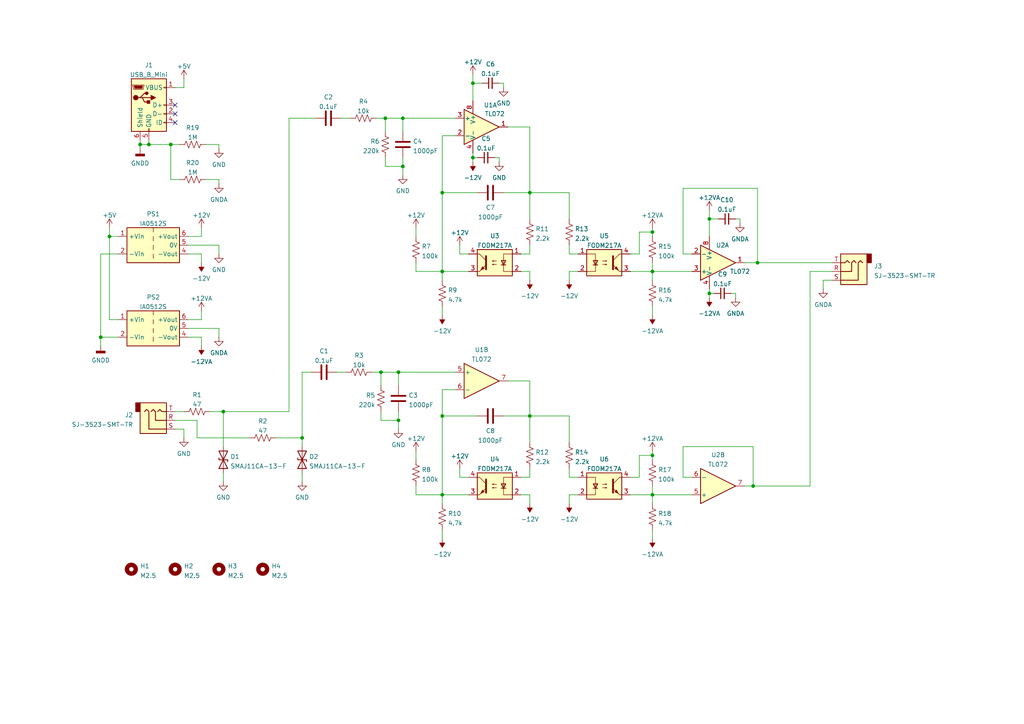
<source format=kicad_sch>
(kicad_sch (version 20211123) (generator eeschema)
  (paper "A4")
  (lib_symbols
    (symbol "Amplifier_Operational:TL072" (pin_names (offset 0.127))
      (property "Reference" "U" (at 0 5.08 0))
      (property "Value" "TL072" (at 0 -5.08 0))
      (symbol "TL072_1_1"
        (polyline (pts (xy -5.08 5.08) (xy 5.08 0) (xy -5.08 -5.08) (xy -5.08 5.08)) (stroke (width 0.254)) (fill (type background)))
        (pin output line (at 7.62 0 180) (length 2.54) (name "~") (number "1"))
        (pin input line (at -7.62 -2.54 0) (length 2.54) (name "-") (number "2"))
        (pin input line (at -7.62 2.54 0) (length 2.54) (name "+") (number "3"))
      )
      (symbol "TL072_2_1"
        (polyline (pts (xy -5.08 5.08) (xy 5.08 0) (xy -5.08 -5.08) (xy -5.08 5.08)) (stroke (width 0.254)) (fill (type background)))
        (pin input line (at -7.62 2.54 0) (length 2.54) (name "+") (number "5"))
        (pin input line (at -7.62 -2.54 0) (length 2.54) (name "-") (number "6"))
        (pin output line (at 7.62 0 180) (length 2.54) (name "~") (number "7"))
      )
      (symbol "TL072_3_1"
        (pin power_in line (at -2.54 -7.62 90) (length 3.81) (name "V-") (number "4"))
        (pin power_in line (at -2.54 7.62 270) (length 3.81) (name "V+") (number "8"))
      )
    )
    (symbol "Connector:AudioJack3"
      (property "Reference" "J" (at 0 8.89 0))
      (property "Value" "AudioJack3" (at 0 6.35 0))
      (symbol "AudioJack3_0_1"
        (rectangle (start -5.08 -5.08) (end -6.35 -2.54) (stroke (width 0.254)) (fill (type outline)))
        (polyline (pts (xy 0 -2.54) (xy 0.635 -3.175) (xy 1.27 -2.54) (xy 2.54 -2.54)) (stroke (width 0.254)))
        (polyline (pts (xy -1.905 -2.54) (xy -1.27 -3.175) (xy -0.635 -2.54) (xy -0.635 0) (xy 2.54 0)) (stroke (width 0.254)))
        (polyline (pts (xy 2.54 2.54) (xy -2.54 2.54) (xy -2.54 -2.54) (xy -3.175 -3.175) (xy -3.81 -2.54)) (stroke (width 0.254)))
        (rectangle (start 2.54 3.81) (end -5.08 -5.08) (stroke (width 0.254)) (fill (type background)))
      )
      (symbol "AudioJack3_1_1"
        (pin passive line (at 5.08 0 180) (length 2.54) (name "~") (number "R"))
        (pin passive line (at 5.08 2.54 180) (length 2.54) (name "~") (number "S"))
        (pin passive line (at 5.08 -2.54 180) (length 2.54) (name "~") (number "T"))
      )
    )
    (symbol "Connector:USB_B_Mini" (pin_names (offset 1.016))
      (property "Reference" "J" (at -5.08 11.43 0))
      (property "Value" "USB_B_Mini" (at -5.08 8.89 0))
      (symbol "USB_B_Mini_0_1"
        (rectangle (start -5.08 -7.62) (end 5.08 7.62) (stroke (width 0.254)) (fill (type background)))
        (circle (center -3.81 2.159) (radius 0.635) (stroke (width 0.254)) (fill (type outline)))
        (circle (center -0.635 3.429) (radius 0.381) (stroke (width 0.254)) (fill (type outline)))
        (rectangle (start -0.127 -7.62) (end 0.127 -6.858))
        (polyline (pts (xy -1.905 2.159) (xy 0.635 2.159)) (stroke (width 0.254)))
        (polyline (pts (xy -3.175 2.159) (xy -2.54 2.159) (xy -1.27 3.429) (xy -0.635 3.429)) (stroke (width 0.254)))
        (polyline (pts (xy -2.54 2.159) (xy -1.905 2.159) (xy -1.27 0.889) (xy 0 0.889)) (stroke (width 0.254)))
        (polyline (pts (xy 0.635 2.794) (xy 0.635 1.524) (xy 1.905 2.159) (xy 0.635 2.794)) (stroke (width 0.254)) (fill (type outline)))
        (polyline (pts (xy -4.318 5.588) (xy -1.778 5.588) (xy -2.032 4.826) (xy -4.064 4.826) (xy -4.318 5.588)) (fill (type outline)))
        (polyline (pts (xy -4.699 5.842) (xy -4.699 5.588) (xy -4.445 4.826) (xy -4.445 4.572) (xy -1.651 4.572) (xy -1.651 4.826) (xy -1.397 5.588) (xy -1.397 5.842) (xy -4.699 5.842)))
        (rectangle (start 0.254 1.27) (end -0.508 0.508) (stroke (width 0.254)) (fill (type outline)))
        (rectangle (start 5.08 -5.207) (end 4.318 -4.953))
        (rectangle (start 5.08 -2.667) (end 4.318 -2.413))
        (rectangle (start 5.08 -0.127) (end 4.318 0.127))
        (rectangle (start 5.08 4.953) (end 4.318 5.207))
      )
      (symbol "USB_B_Mini_1_1"
        (pin power_out line (at 7.62 5.08 180) (length 2.54) (name "VBUS") (number "1"))
        (pin bidirectional line (at 7.62 -2.54 180) (length 2.54) (name "D-") (number "2"))
        (pin bidirectional line (at 7.62 0 180) (length 2.54) (name "D+") (number "3"))
        (pin passive line (at 7.62 -5.08 180) (length 2.54) (name "ID") (number "4"))
        (pin power_out line (at 0 -10.16 90) (length 2.54) (name "GND") (number "5"))
        (pin passive line (at -2.54 -10.16 90) (length 2.54) (name "Shield") (number "6"))
      )
    )
    (symbol "Converter_DCDC:IA0512S"
      (property "Reference" "PS" (at -7.62 6.35 0))
      (property "Value" "IA0512S" (at 1.27 6.35 0))
      (symbol "IA0512S_0_0"
        (pin power_in line (at -10.16 2.54 0) (length 2.54) (name "+Vin") (number "1"))
        (pin power_in line (at -10.16 -2.54 0) (length 2.54) (name "-Vin") (number "2"))
        (pin power_out line (at 10.16 -2.54 180) (length 2.54) (name "-Vout") (number "4"))
        (pin power_out line (at 10.16 0 180) (length 2.54) (name "0V") (number "5"))
        (pin power_out line (at 10.16 2.54 180) (length 2.54) (name "+Vout") (number "6"))
      )
      (symbol "IA0512S_0_1"
        (rectangle (start -7.62 5.08) (end 7.62 -5.08) (stroke (width 0.254)) (fill (type background)))
        (polyline (pts (xy 0 -2.54) (xy 0 -3.81)))
        (polyline (pts (xy 0 0) (xy 0 -1.27)))
        (polyline (pts (xy 0 2.54) (xy 0 1.27)))
        (polyline (pts (xy 0 5.08) (xy 0 3.81)))
      )
    )
    (symbol "Device:C" (pin_numbers hide) (pin_names (offset 0.254))
      (property "Reference" "C" (at 0.635 2.54 0))
      (property "Value" "C" (at 0.635 -2.54 0))
      (symbol "C_0_1"
        (polyline (pts (xy -2.032 -0.762) (xy 2.032 -0.762)) (stroke (width 0.508)))
        (polyline (pts (xy -2.032 0.762) (xy 2.032 0.762)) (stroke (width 0.508)))
      )
      (symbol "C_1_1"
        (pin passive line (at 0 3.81 270) (length 2.794) (name "~") (number "1"))
        (pin passive line (at 0 -3.81 90) (length 2.794) (name "~") (number "2"))
      )
    )
    (symbol "Device:C_Small" (pin_numbers hide) (pin_names (offset 0.254) hide)
      (property "Reference" "C" (at 0.254 1.778 0))
      (property "Value" "C_Small" (at 0.254 -2.032 0))
      (symbol "C_Small_0_1"
        (polyline (pts (xy -1.524 -0.508) (xy 1.524 -0.508)) (stroke (width 0.3302)))
        (polyline (pts (xy -1.524 0.508) (xy 1.524 0.508)) (stroke (width 0.3048)))
      )
      (symbol "C_Small_1_1"
        (pin passive line (at 0 2.54 270) (length 2.032) (name "~") (number "1"))
        (pin passive line (at 0 -2.54 90) (length 2.032) (name "~") (number "2"))
      )
    )
    (symbol "Device:D_TVS" (pin_numbers hide) (pin_names (offset 1.016) hide)
      (property "Reference" "D" (at 0 2.54 0))
      (property "Value" "D_TVS" (at 0 -2.54 0))
      (symbol "D_TVS_0_1"
        (polyline (pts (xy 1.27 0) (xy -1.27 0)))
        (polyline (pts (xy 0.508 1.27) (xy 0 1.27) (xy 0 -1.27) (xy -0.508 -1.27)) (stroke (width 0.254)))
        (polyline (pts (xy -2.54 1.27) (xy -2.54 -1.27) (xy 2.54 1.27) (xy 2.54 -1.27) (xy -2.54 1.27)) (stroke (width 0.254)))
      )
      (symbol "D_TVS_1_1"
        (pin passive line (at -3.81 0 0) (length 2.54) (name "A1") (number "1"))
        (pin passive line (at 3.81 0 180) (length 2.54) (name "A2") (number "2"))
      )
    )
    (symbol "Device:R_US" (pin_numbers hide) (pin_names (offset 0))
      (property "Reference" "R" (at 2.54 0 90))
      (property "Value" "R_US" (at -2.54 0 90))
      (symbol "R_US_0_1"
        (polyline (pts (xy 0 -2.286) (xy 0 -2.54)))
        (polyline (pts (xy 0 2.286) (xy 0 2.54)))
        (polyline (pts (xy 0 -0.762) (xy 1.016 -1.143) (xy 0 -1.524) (xy -1.016 -1.905) (xy 0 -2.286)))
        (polyline (pts (xy 0 0.762) (xy 1.016 0.381) (xy 0 0) (xy -1.016 -0.381) (xy 0 -0.762)))
        (polyline (pts (xy 0 2.286) (xy 1.016 1.905) (xy 0 1.524) (xy -1.016 1.143) (xy 0 0.762)))
      )
      (symbol "R_US_1_1"
        (pin passive line (at 0 3.81 270) (length 1.27) (name "~") (number "1"))
        (pin passive line (at 0 -3.81 90) (length 1.27) (name "~") (number "2"))
      )
    )
    (symbol "Isolator:FODM217A"
      (property "Reference" "U" (at -5.08 5.08 0))
      (property "Value" "FODM217A" (at 0 5.08 0))
      (symbol "FODM217A_0_1"
        (rectangle (start -5.08 3.81) (end 5.08 -3.81) (stroke (width 0.254)) (fill (type background)))
        (polyline (pts (xy -3.175 -0.635) (xy -1.905 -0.635)) (stroke (width 0.254)))
        (polyline (pts (xy 2.54 0.635) (xy 4.445 2.54)))
        (polyline (pts (xy 4.445 -2.54) (xy 2.54 -0.635)) (fill (type outline)))
        (polyline (pts (xy 4.445 -2.54) (xy 5.08 -2.54)))
        (polyline (pts (xy 4.445 2.54) (xy 5.08 2.54)))
        (polyline (pts (xy -5.08 2.54) (xy -2.54 2.54) (xy -2.54 -0.635)))
        (polyline (pts (xy -2.54 -0.635) (xy -2.54 -2.54) (xy -5.08 -2.54)))
        (polyline (pts (xy 2.54 1.905) (xy 2.54 -1.905) (xy 2.54 -1.905)) (stroke (width 0.508)))
        (polyline (pts (xy -2.54 -0.635) (xy -3.175 0.635) (xy -1.905 0.635) (xy -2.54 -0.635)) (stroke (width 0.254)))
        (polyline (pts (xy -0.508 -0.508) (xy 0.762 -0.508) (xy 0.381 -0.635) (xy 0.381 -0.381) (xy 0.762 -0.508)))
        (polyline (pts (xy -0.508 0.508) (xy 0.762 0.508) (xy 0.381 0.381) (xy 0.381 0.635) (xy 0.762 0.508)))
        (polyline (pts (xy 3.048 -1.651) (xy 3.556 -1.143) (xy 4.064 -2.159) (xy 3.048 -1.651) (xy 3.048 -1.651)) (fill (type outline)))
      )
      (symbol "FODM217A_1_1"
        (pin passive line (at -7.62 2.54 0) (length 2.54) (name "~") (number "1"))
        (pin passive line (at -7.62 -2.54 0) (length 2.54) (name "~") (number "2"))
        (pin passive line (at 7.62 -2.54 180) (length 2.54) (name "~") (number "3"))
        (pin passive line (at 7.62 2.54 180) (length 2.54) (name "~") (number "4"))
      )
    )
    (symbol "Mechanical:MountingHole" (pin_names (offset 1.016))
      (property "Reference" "H" (at 0 5.08 0))
      (property "Value" "MountingHole" (at 0 3.175 0))
      (symbol "MountingHole_0_1"
        (circle (center 0 0) (radius 1.27) (stroke (width 1.27)))
      )
    )
    (symbol "power:+12V" (power) (pin_names (offset 0))
      (property "Value" "+12V" (at 0 3.556 0))
      (symbol "+12V_0_1"
        (polyline (pts (xy -0.762 1.27) (xy 0 2.54)))
        (polyline (pts (xy 0 0) (xy 0 2.54)))
        (polyline (pts (xy 0 2.54) (xy 0.762 1.27)))
      )
      (symbol "+12V_1_1"
        (pin power_in line (at 0 0 90) (length 0) hide (name "+12V") (number "1"))
      )
    )
    (symbol "power:+12VA" (power) (pin_names (offset 0))
      (property "Value" "+12VA" (at 0 3.556 0))
      (symbol "+12VA_0_1"
        (polyline (pts (xy -0.762 1.27) (xy 0 2.54)))
        (polyline (pts (xy 0 0) (xy 0 2.54)))
        (polyline (pts (xy 0 2.54) (xy 0.762 1.27)))
      )
      (symbol "+12VA_1_1"
        (pin power_in line (at 0 0 90) (length 0) hide (name "+12VA") (number "1"))
      )
    )
    (symbol "power:+5V" (power) (pin_names (offset 0))
      (property "Value" "+5V" (at 0 3.556 0))
      (symbol "+5V_0_1"
        (polyline (pts (xy -0.762 1.27) (xy 0 2.54)))
        (polyline (pts (xy 0 0) (xy 0 2.54)))
        (polyline (pts (xy 0 2.54) (xy 0.762 1.27)))
      )
      (symbol "+5V_1_1"
        (pin power_in line (at 0 0 90) (length 0) hide (name "+5V") (number "1"))
      )
    )
    (symbol "power:-12V" (power) (pin_names (offset 0))
      (property "Value" "-12V" (at 0 3.81 0))
      (symbol "-12V_0_0"
        (pin power_in line (at 0 0 90) (length 0) hide (name "-12V") (number "1"))
      )
      (symbol "-12V_0_1"
        (polyline (pts (xy 0 0) (xy 0 1.27) (xy 0.762 1.27) (xy 0 2.54) (xy -0.762 1.27) (xy 0 1.27)) (fill (type outline)))
      )
    )
    (symbol "power:-12VA" (power) (pin_names (offset 0))
      (property "Value" "-12VA" (at 0 3.556 0))
      (symbol "-12VA_0_0"
        (pin power_in line (at 0 0 90) (length 0) hide (name "-12VA") (number "1"))
      )
      (symbol "-12VA_0_1"
        (polyline (pts (xy 0 0) (xy 0 1.27) (xy 0.762 1.27) (xy 0 2.54) (xy -0.762 1.27) (xy 0 1.27)) (fill (type outline)))
      )
    )
    (symbol "power:GND" (power) (pin_names (offset 0))
      (property "Value" "GND" (at 0 -3.81 0))
      (symbol "GND_0_1"
        (polyline (pts (xy 0 0) (xy 0 -1.27) (xy 1.27 -1.27) (xy 0 -2.54) (xy -1.27 -1.27) (xy 0 -1.27)))
      )
      (symbol "GND_1_1"
        (pin power_in line (at 0 0 270) (length 0) hide (name "GND") (number "1"))
      )
    )
    (symbol "power:GNDA" (power) (pin_names (offset 0))
      (property "Value" "GNDA" (at 0 -3.81 0))
      (symbol "GNDA_0_1"
        (polyline (pts (xy 0 0) (xy 0 -1.27) (xy 1.27 -1.27) (xy 0 -2.54) (xy -1.27 -1.27) (xy 0 -1.27)))
      )
      (symbol "GNDA_1_1"
        (pin power_in line (at 0 0 270) (length 0) hide (name "GNDA") (number "1"))
      )
    )
    (symbol "power:GNDD" (power) (pin_names (offset 0))
      (property "Value" "GNDD" (at 0 -3.175 0))
      (symbol "GNDD_0_1"
        (rectangle (start -1.27 -1.524) (end 1.27 -2.032) (stroke (width 0.254)) (fill (type outline)))
        (polyline (pts (xy 0 0) (xy 0 -1.524)))
      )
      (symbol "GNDD_1_1"
        (pin power_in line (at 0 0 270) (length 0) hide (name "GNDD") (number "1"))
      )
    )
  )
  (junction (at 128.27 78.74))
  (junction (at 49.53 41.91))
  (junction (at 219.71 76.2))
  (junction (at 137.16 24.13))
  (junction (at 137.16 45.72))
  (junction (at 189.23 132.08))
  (junction (at 153.67 120.65))
  (junction (at 29.21 97.79))
  (junction (at 87.63 127))
  (junction (at 115.57 121.92))
  (junction (at 128.27 143.51))
  (junction (at 128.27 55.88))
  (junction (at 116.84 34.29))
  (junction (at 218.44 140.97))
  (junction (at 153.67 55.88))
  (junction (at 64.77 119.38))
  (junction (at 43.18 41.91))
  (junction (at 40.64 41.91))
  (junction (at 116.84 48.26))
  (junction (at 31.75 68.58))
  (junction (at 205.74 85.09))
  (junction (at 205.74 63.5))
  (junction (at 111.76 34.29))
  (junction (at 110.49 107.95))
  (junction (at 189.23 143.51))
  (junction (at 189.23 78.74))
  (junction (at 115.57 107.95))
  (junction (at 128.27 120.65))
  (junction (at 189.23 67.31))
  (no_connect (at 50.8 33.02))
  (no_connect (at 50.8 30.48))
  (no_connect (at 50.8 35.56))
  (wire (pts (xy 128.27 153.67) (xy 128.27 156.21)))
  (wire (pts (xy 137.16 21.59) (xy 137.16 24.13)))
  (wire (pts (xy 63.5 95.25) (xy 63.5 97.79)))
  (wire (pts (xy 137.16 24.13) (xy 139.7 24.13)))
  (wire (pts (xy 213.36 63.5) (xy 214.63 63.5)))
  (wire (pts (xy 83.82 34.29) (xy 91.44 34.29)))
  (wire (pts (xy 29.21 73.66) (xy 29.21 97.79)))
  (wire (pts (xy 205.74 63.5) (xy 205.74 68.58)))
  (wire (pts (xy 215.9 76.2) (xy 219.71 76.2)))
  (wire (pts (xy 64.77 137.16) (xy 64.77 139.7)))
  (wire (pts (xy 167.64 143.51) (xy 165.1 143.51)))
  (wire (pts (xy 58.42 68.58) (xy 58.42 66.04)))
  (wire (pts (xy 40.64 40.64) (xy 40.64 41.91)))
  (wire (pts (xy 80.01 127) (xy 87.63 127)))
  (wire (pts (xy 146.05 120.65) (xy 153.67 120.65)))
  (wire (pts (xy 57.15 121.92) (xy 57.15 127)))
  (wire (pts (xy 144.78 45.72) (xy 144.78 46.99)))
  (wire (pts (xy 189.23 143.51) (xy 189.23 140.97)))
  (wire (pts (xy 116.84 38.1) (xy 116.84 34.29)))
  (wire (pts (xy 189.23 88.9) (xy 189.23 91.44)))
  (wire (pts (xy 137.16 45.72) (xy 138.43 45.72)))
  (wire (pts (xy 99.06 34.29) (xy 101.6 34.29)))
  (wire (pts (xy 116.84 34.29) (xy 132.08 34.29)))
  (wire (pts (xy 167.64 78.74) (xy 165.1 78.74)))
  (wire (pts (xy 49.53 41.91) (xy 52.07 41.91)))
  (wire (pts (xy 205.74 63.5) (xy 208.28 63.5)))
  (wire (pts (xy 120.65 66.04) (xy 120.65 68.58)))
  (wire (pts (xy 111.76 48.26) (xy 116.84 48.26)))
  (wire (pts (xy 241.3 81.28) (xy 238.76 81.28)))
  (wire (pts (xy 97.79 107.95) (xy 100.33 107.95)))
  (wire (pts (xy 87.63 107.95) (xy 87.63 127)))
  (wire (pts (xy 50.8 119.38) (xy 53.34 119.38)))
  (wire (pts (xy 128.27 55.88) (xy 128.27 78.74)))
  (wire (pts (xy 50.8 121.92) (xy 57.15 121.92)))
  (wire (pts (xy 165.1 78.74) (xy 165.1 81.28)))
  (wire (pts (xy 49.53 52.07) (xy 49.53 41.91)))
  (wire (pts (xy 116.84 48.26) (xy 116.84 50.8)))
  (wire (pts (xy 151.13 143.51) (xy 153.67 143.51)))
  (wire (pts (xy 147.32 36.83) (xy 153.67 36.83)))
  (wire (pts (xy 54.61 95.25) (xy 63.5 95.25)))
  (wire (pts (xy 54.61 97.79) (xy 58.42 97.79)))
  (wire (pts (xy 43.18 40.64) (xy 43.18 41.91)))
  (wire (pts (xy 110.49 107.95) (xy 115.57 107.95)))
  (wire (pts (xy 135.89 143.51) (xy 128.27 143.51)))
  (wire (pts (xy 185.42 138.43) (xy 185.42 132.08)))
  (wire (pts (xy 153.67 55.88) (xy 165.1 55.88)))
  (wire (pts (xy 58.42 90.17) (xy 58.42 92.71)))
  (wire (pts (xy 128.27 55.88) (xy 128.27 39.37)))
  (wire (pts (xy 219.71 76.2) (xy 219.71 54.61)))
  (wire (pts (xy 128.27 78.74) (xy 120.65 78.74)))
  (wire (pts (xy 153.67 55.88) (xy 153.67 36.83)))
  (wire (pts (xy 144.78 24.13) (xy 146.05 24.13)))
  (wire (pts (xy 143.51 45.72) (xy 144.78 45.72)))
  (wire (pts (xy 53.34 124.46) (xy 53.34 127)))
  (wire (pts (xy 120.65 143.51) (xy 120.65 140.97)))
  (wire (pts (xy 115.57 119.38) (xy 115.57 121.92)))
  (wire (pts (xy 111.76 34.29) (xy 111.76 38.1)))
  (wire (pts (xy 165.1 143.51) (xy 165.1 146.05)))
  (wire (pts (xy 64.77 119.38) (xy 64.77 129.54)))
  (wire (pts (xy 58.42 97.79) (xy 58.42 100.33)))
  (wire (pts (xy 189.23 130.81) (xy 189.23 132.08)))
  (wire (pts (xy 213.36 85.09) (xy 213.36 86.36)))
  (wire (pts (xy 111.76 34.29) (xy 116.84 34.29)))
  (wire (pts (xy 50.8 124.46) (xy 53.34 124.46)))
  (wire (pts (xy 115.57 107.95) (xy 132.08 107.95)))
  (wire (pts (xy 182.88 78.74) (xy 189.23 78.74)))
  (wire (pts (xy 58.42 73.66) (xy 58.42 76.2)))
  (wire (pts (xy 153.67 120.65) (xy 165.1 120.65)))
  (wire (pts (xy 57.15 127) (xy 72.39 127)))
  (wire (pts (xy 218.44 140.97) (xy 215.9 140.97)))
  (wire (pts (xy 128.27 88.9) (xy 128.27 91.44)))
  (wire (pts (xy 182.88 138.43) (xy 185.42 138.43)))
  (wire (pts (xy 53.34 22.86) (xy 53.34 25.4)))
  (wire (pts (xy 205.74 83.82) (xy 205.74 85.09)))
  (wire (pts (xy 128.27 78.74) (xy 128.27 81.28)))
  (wire (pts (xy 29.21 97.79) (xy 29.21 100.33)))
  (wire (pts (xy 110.49 121.92) (xy 115.57 121.92)))
  (wire (pts (xy 153.67 78.74) (xy 153.67 81.28)))
  (wire (pts (xy 40.64 41.91) (xy 43.18 41.91)))
  (wire (pts (xy 219.71 54.61) (xy 198.12 54.61)))
  (wire (pts (xy 109.22 34.29) (xy 111.76 34.29)))
  (wire (pts (xy 165.1 55.88) (xy 165.1 63.5)))
  (wire (pts (xy 128.27 120.65) (xy 128.27 143.51)))
  (wire (pts (xy 165.1 73.66) (xy 167.64 73.66)))
  (wire (pts (xy 34.29 68.58) (xy 31.75 68.58)))
  (wire (pts (xy 189.23 143.51) (xy 200.66 143.51)))
  (wire (pts (xy 189.23 78.74) (xy 189.23 76.2)))
  (wire (pts (xy 146.05 24.13) (xy 146.05 25.4)))
  (wire (pts (xy 54.61 71.12) (xy 63.5 71.12)))
  (wire (pts (xy 198.12 73.66) (xy 200.66 73.66)))
  (wire (pts (xy 189.23 143.51) (xy 189.23 146.05)))
  (wire (pts (xy 87.63 137.16) (xy 87.63 139.7)))
  (wire (pts (xy 137.16 24.13) (xy 137.16 29.21)))
  (wire (pts (xy 115.57 121.92) (xy 115.57 124.46)))
  (wire (pts (xy 128.27 55.88) (xy 138.43 55.88)))
  (wire (pts (xy 128.27 120.65) (xy 128.27 113.03)))
  (wire (pts (xy 54.61 92.71) (xy 58.42 92.71)))
  (wire (pts (xy 234.95 78.74) (xy 234.95 140.97)))
  (wire (pts (xy 110.49 119.38) (xy 110.49 121.92)))
  (wire (pts (xy 29.21 97.79) (xy 34.29 97.79)))
  (wire (pts (xy 234.95 140.97) (xy 218.44 140.97)))
  (wire (pts (xy 115.57 111.76) (xy 115.57 107.95)))
  (wire (pts (xy 59.69 41.91) (xy 63.5 41.91)))
  (wire (pts (xy 116.84 45.72) (xy 116.84 48.26)))
  (wire (pts (xy 87.63 107.95) (xy 90.17 107.95)))
  (wire (pts (xy 31.75 68.58) (xy 31.75 66.04)))
  (wire (pts (xy 135.89 73.66) (xy 133.35 73.66)))
  (wire (pts (xy 182.88 143.51) (xy 189.23 143.51)))
  (wire (pts (xy 214.63 63.5) (xy 214.63 64.77)))
  (wire (pts (xy 120.65 130.81) (xy 120.65 133.35)))
  (wire (pts (xy 238.76 81.28) (xy 238.76 83.82)))
  (wire (pts (xy 205.74 85.09) (xy 207.01 85.09)))
  (wire (pts (xy 151.13 78.74) (xy 153.67 78.74)))
  (wire (pts (xy 189.23 132.08) (xy 189.23 133.35)))
  (wire (pts (xy 153.67 138.43) (xy 151.13 138.43)))
  (wire (pts (xy 83.82 119.38) (xy 83.82 34.29)))
  (wire (pts (xy 189.23 78.74) (xy 189.23 81.28)))
  (wire (pts (xy 63.5 52.07) (xy 59.69 52.07)))
  (wire (pts (xy 40.64 41.91) (xy 40.64 43.18)))
  (wire (pts (xy 165.1 71.12) (xy 165.1 73.66)))
  (wire (pts (xy 153.67 135.89) (xy 153.67 138.43)))
  (wire (pts (xy 200.66 138.43) (xy 198.12 138.43)))
  (wire (pts (xy 205.74 85.09) (xy 205.74 86.36)))
  (wire (pts (xy 189.23 67.31) (xy 189.23 68.58)))
  (wire (pts (xy 54.61 73.66) (xy 58.42 73.66)))
  (wire (pts (xy 120.65 78.74) (xy 120.65 76.2)))
  (wire (pts (xy 137.16 44.45) (xy 137.16 45.72)))
  (wire (pts (xy 153.67 63.5) (xy 153.67 55.88)))
  (wire (pts (xy 198.12 54.61) (xy 198.12 73.66)))
  (wire (pts (xy 63.5 53.34) (xy 63.5 52.07)))
  (wire (pts (xy 34.29 92.71) (xy 31.75 92.71)))
  (wire (pts (xy 147.32 110.49) (xy 153.67 110.49)))
  (wire (pts (xy 198.12 138.43) (xy 198.12 129.54)))
  (wire (pts (xy 165.1 120.65) (xy 165.1 128.27)))
  (wire (pts (xy 135.89 138.43) (xy 133.35 138.43)))
  (wire (pts (xy 128.27 39.37) (xy 132.08 39.37)))
  (wire (pts (xy 153.67 73.66) (xy 151.13 73.66)))
  (wire (pts (xy 50.8 25.4) (xy 53.34 25.4)))
  (wire (pts (xy 146.05 55.88) (xy 153.67 55.88)))
  (wire (pts (xy 189.23 66.04) (xy 189.23 67.31)))
  (wire (pts (xy 218.44 129.54) (xy 218.44 140.97)))
  (wire (pts (xy 198.12 129.54) (xy 218.44 129.54)))
  (wire (pts (xy 31.75 92.71) (xy 31.75 68.58)))
  (wire (pts (xy 128.27 143.51) (xy 128.27 146.05)))
  (wire (pts (xy 128.27 113.03) (xy 132.08 113.03)))
  (wire (pts (xy 241.3 78.74) (xy 234.95 78.74)))
  (wire (pts (xy 153.67 120.65) (xy 153.67 110.49)))
  (wire (pts (xy 137.16 45.72) (xy 137.16 46.99)))
  (wire (pts (xy 165.1 138.43) (xy 167.64 138.43)))
  (wire (pts (xy 64.77 119.38) (xy 83.82 119.38)))
  (wire (pts (xy 128.27 120.65) (xy 138.43 120.65)))
  (wire (pts (xy 43.18 41.91) (xy 49.53 41.91)))
  (wire (pts (xy 205.74 60.96) (xy 205.74 63.5)))
  (wire (pts (xy 63.5 41.91) (xy 63.5 43.18)))
  (wire (pts (xy 153.67 71.12) (xy 153.67 73.66)))
  (wire (pts (xy 219.71 76.2) (xy 241.3 76.2)))
  (wire (pts (xy 128.27 143.51) (xy 120.65 143.51)))
  (wire (pts (xy 111.76 45.72) (xy 111.76 48.26)))
  (wire (pts (xy 189.23 78.74) (xy 200.66 78.74)))
  (wire (pts (xy 107.95 107.95) (xy 110.49 107.95)))
  (wire (pts (xy 34.29 73.66) (xy 29.21 73.66)))
  (wire (pts (xy 135.89 78.74) (xy 128.27 78.74)))
  (wire (pts (xy 185.42 67.31) (xy 189.23 67.31)))
  (wire (pts (xy 87.63 127) (xy 87.63 129.54)))
  (wire (pts (xy 212.09 85.09) (xy 213.36 85.09)))
  (wire (pts (xy 165.1 135.89) (xy 165.1 138.43)))
  (wire (pts (xy 189.23 153.67) (xy 189.23 156.21)))
  (wire (pts (xy 153.67 128.27) (xy 153.67 120.65)))
  (wire (pts (xy 133.35 71.12) (xy 133.35 73.66)))
  (wire (pts (xy 182.88 73.66) (xy 185.42 73.66)))
  (wire (pts (xy 185.42 132.08) (xy 189.23 132.08)))
  (wire (pts (xy 110.49 107.95) (xy 110.49 111.76)))
  (wire (pts (xy 52.07 52.07) (xy 49.53 52.07)))
  (wire (pts (xy 63.5 71.12) (xy 63.5 73.66)))
  (wire (pts (xy 153.67 143.51) (xy 153.67 146.05)))
  (wire (pts (xy 54.61 68.58) (xy 58.42 68.58)))
  (wire (pts (xy 185.42 73.66) (xy 185.42 67.31)))
  (wire (pts (xy 133.35 135.89) (xy 133.35 138.43)))
  (wire (pts (xy 60.96 119.38) (xy 64.77 119.38)))
  (symbol (lib_id "power:-12VA") (at 189.23 91.44 180) (unit 1)
    (property "Reference" "#PWR0105" (effects hide))
    (property "Value" "-12VA" (at 189.23 96.0025 0))
  )
  (symbol (lib_id "power:+12VA") (at 205.74 60.96 0) (unit 1)
    (property "Reference" "#PWR013" (effects hide))
    (property "Value" "+12VA" (at 205.74 57.3555 0))
  )
  (symbol (lib_id "power:+5V") (at 53.34 22.86 0) (unit 1)
    (property "Reference" "#PWR0103" (effects hide))
    (property "Value" "+5V" (at 53.34 19.2555 0))
  )
  (symbol (lib_id "power:+12VA") (at 58.42 90.17 0) (unit 1)
    (property "Reference" "#PWR0109" (effects hide))
    (property "Value" "+12VA" (at 58.42 86.5655 0))
  )
  (symbol (lib_id "power:+12V") (at 58.42 66.04 0) (unit 1)
    (property "Reference" "#PWR0104" (effects hide))
    (property "Value" "+12V" (at 58.42 62.4355 0))
  )
  (symbol (lib_id "Isolator:FODM217A") (at 175.26 140.97 0) (unit 1)
    (property "Reference" "U6" (at 175.26 133.1935 0))
    (property "Value" "FODM217A" (at 175.26 135.9686 0))
    (property "Footprint" "Package_SO:SOP-4_4.4x2.6mm_P1.27mm" (effects hide))
    (property "Datasheet" "https://www.onsemi.com/pub/Collateral/FODM214-D.PDF" (effects hide))
  )
  (symbol (lib_id "Device:R_US") (at 189.23 149.86 0) (unit 1)
    (property "Reference" "R18" (at 190.881 148.9515 0) (effects (justify left)))
    (property "Value" "4.7k" (at 190.881 151.7266 0) (effects (justify left)))
    (property "Footprint" "Resistor_SMD:R_0805_2012Metric" (effects hide))
  )
  (symbol (lib_id "power:GND") (at 63.5 73.66 0) (unit 1)
    (property "Reference" "#PWR0113" (effects hide))
    (property "Value" "GND" (at 63.5 78.2225 0))
  )
  (symbol (lib_id "power:+5V") (at 31.75 66.04 0) (unit 1)
    (property "Reference" "#PWR0102" (effects hide))
    (property "Value" "+5V" (at 31.75 62.4355 0))
  )
  (symbol (lib_id "power:+12V") (at 133.35 135.89 0) (unit 1)
    (property "Reference" "#PWR08" (effects hide))
    (property "Value" "+12V" (at 133.35 132.2855 0))
  )
  (symbol (lib_id "power:GND") (at 53.34 127 0) (unit 1)
    (property "Reference" "#PWR01" (effects hide))
    (property "Value" "GND" (at 53.34 131.5625 0))
  )
  (symbol (lib_id "power:-12V") (at 137.16 46.99 180) (unit 1)
    (property "Reference" "#PWR0120" (effects hide))
    (property "Value" "-12V" (at 137.16 51.5525 0))
  )
  (symbol (lib_id "Device:R_US") (at 120.65 72.39 0) (unit 1)
    (property "Reference" "R7" (at 122.301 71.4815 0) (effects (justify left)))
    (property "Value" "100k" (at 122.301 74.2566 0) (effects (justify left)))
    (property "Footprint" "Resistor_SMD:R_0805_2012Metric" (effects hide))
  )
  (symbol (lib_id "Converter_DCDC:IA0512S") (at 44.45 95.25 0) (unit 1)
    (property "Reference" "PS2" (at 44.45 86.2035 0))
    (property "Value" "IA0512S" (at 44.45 88.9786 0))
    (property "Footprint" "Converter_DCDC:Converter_DCDC_XP_POWER-IAxxxxS_THT" (effects hide))
    (property "Datasheet" "https://www.xppower.com/pdfs/SF_IA.pdf" (effects hide))
  )
  (symbol (lib_id "power:+12V") (at 120.65 66.04 0) (unit 1)
    (property "Reference" "#PWR05" (effects hide))
    (property "Value" "+12V" (at 120.65 62.4355 0))
  )
  (symbol (lib_id "Amplifier_Operational:TL072") (at 208.28 76.2 0) (mirror x) (unit 1)
    (property "Reference" "U2" (at 209.55 71.12 0))
    (property "Value" "TL072" (at 214.63 78.74 0))
    (property "Footprint" "Package_SO:SOIC-8_3.9x4.9mm_P1.27mm" (effects hide))
    (property "Datasheet" "http://www.ti.com/lit/ds/symlink/tl071.pdf" (effects hide))
  )
  (symbol (lib_id "Amplifier_Operational:TL072") (at 139.7 110.49 0) (unit 2)
    (property "Reference" "U1" (at 139.7 101.4435 0))
    (property "Value" "TL072" (at 139.7 104.2186 0))
    (property "Footprint" "Package_SO:SOIC-8_3.9x4.9mm_P1.27mm" (effects hide))
    (property "Datasheet" "http://www.ti.com/lit/ds/symlink/tl071.pdf" (effects hide))
  )
  (symbol (lib_id "Amplifier_Operational:TL072") (at 139.7 36.83 0) (unit 3)
    (property "Reference" "U1" (effects hide))
    (property "Value" "TL072" (effects hide))
    (property "Footprint" "Package_SO:SOIC-8_3.9x4.9mm_P1.27mm" (effects hide))
    (property "Datasheet" "http://www.ti.com/lit/ds/symlink/tl071.pdf" (effects hide))
  )
  (symbol (lib_id "Device:R_US") (at 153.67 132.08 0) (unit 1)
    (property "Reference" "R12" (at 155.321 131.1715 0) (effects (justify left)))
    (property "Value" "2.2k" (at 155.321 133.9466 0) (effects (justify left)))
    (property "Footprint" "Resistor_SMD:R_0805_2012Metric" (effects hide))
  )
  (symbol (lib_id "Device:R_US") (at 128.27 85.09 0) (unit 1)
    (property "Reference" "R9" (at 129.921 84.1815 0) (effects (justify left)))
    (property "Value" "4.7k" (at 129.921 86.9566 0) (effects (justify left)))
    (property "Footprint" "Resistor_SMD:R_0805_2012Metric" (effects hide))
  )
  (symbol (lib_id "Device:R_US") (at 128.27 149.86 0) (unit 1)
    (property "Reference" "R10" (at 129.921 148.9515 0) (effects (justify left)))
    (property "Value" "4.7k" (at 129.921 151.7266 0) (effects (justify left)))
    (property "Footprint" "Resistor_SMD:R_0805_2012Metric" (effects hide))
  )
  (symbol (lib_id "Converter_DCDC:IA0512S") (at 44.45 71.12 0) (unit 1)
    (property "Reference" "PS1" (at 44.45 62.0735 0))
    (property "Value" "IA0512S" (at 44.45 64.8486 0))
    (property "Footprint" "Converter_DCDC:Converter_DCDC_XP_POWER-IAxxxxS_THT" (effects hide))
    (property "Datasheet" "https://www.xppower.com/pdfs/SF_IA.pdf" (effects hide))
  )
  (symbol (lib_id "power:-12V") (at 58.42 76.2 180) (unit 1)
    (property "Reference" "#PWR0112" (effects hide))
    (property "Value" "-12V" (at 58.42 80.7625 0))
  )
  (symbol (lib_id "Device:R_US") (at 105.41 34.29 90) (unit 1)
    (property "Reference" "R4" (at 105.41 29.4345 90))
    (property "Value" "10k" (at 105.41 32.2096 90))
    (property "Footprint" "Resistor_SMD:R_0805_2012Metric" (effects hide))
  )
  (symbol (lib_id "power:+12V") (at 137.16 21.59 0) (unit 1)
    (property "Reference" "#PWR0119" (effects hide))
    (property "Value" "+12V" (at 137.16 17.9855 0))
  )
  (symbol (lib_id "Amplifier_Operational:TL072") (at 139.7 36.83 0) (unit 1)
    (property "Reference" "U1" (at 142.24 30.48 0))
    (property "Value" "TL072" (at 143.51 33.02 0))
    (property "Footprint" "Package_SO:SOIC-8_3.9x4.9mm_P1.27mm" (effects hide))
    (property "Datasheet" "http://www.ti.com/lit/ds/symlink/tl071.pdf" (effects hide))
  )
  (symbol (lib_id "Mechanical:MountingHole") (at 76.2 165.1 0) (unit 1)
    (property "Reference" "H4" (at 78.74 164.1915 0) (effects (justify left)))
    (property "Value" "M2.5" (at 78.74 166.9666 0) (effects (justify left)))
    (property "Footprint" "MountingHole:MountingHole_2.7mm_M2.5_Pad" (effects hide))
  )
  (symbol (lib_id "Device:R_US") (at 189.23 137.16 0) (unit 1)
    (property "Reference" "R17" (at 190.881 136.2515 0) (effects (justify left)))
    (property "Value" "100k" (at 190.881 139.0266 0) (effects (justify left)))
    (property "Footprint" "Resistor_SMD:R_0805_2012Metric" (effects hide))
  )
  (symbol (lib_id "Device:R_US") (at 76.2 127 90) (unit 1)
    (property "Reference" "R2" (at 76.2 122.1445 90))
    (property "Value" "47" (at 76.2 124.9196 90))
    (property "Footprint" "Resistor_SMD:R_0805_2012Metric" (effects hide))
  )
  (symbol (lib_id "power:GNDA") (at 214.63 64.77 0) (unit 1)
    (property "Reference" "#PWR016" (effects hide))
    (property "Value" "GNDA" (at 214.63 69.3325 0))
  )
  (symbol (lib_id "power:+12V") (at 133.35 71.12 0) (unit 1)
    (property "Reference" "#PWR0121" (effects hide))
    (property "Value" "+12V" (at 133.35 67.5155 0))
  )
  (symbol (lib_id "Device:C") (at 95.25 34.29 90) (unit 1)
    (property "Reference" "C2" (at 95.25 28.1645 90))
    (property "Value" "0.1uF" (at 95.25 30.9396 90))
    (property "Footprint" "Capacitor_SMD:C_0603_1608Metric" (effects hide))
  )
  (symbol (lib_id "Device:R_US") (at 55.88 52.07 90) (unit 1)
    (property "Reference" "R20" (at 55.88 47.2145 90))
    (property "Value" "1M" (at 55.88 49.9896 90))
    (property "Footprint" "Resistor_SMD:R_2512_6332Metric" (effects hide))
  )
  (symbol (lib_id "Device:C") (at 142.24 120.65 270) (unit 1)
    (property "Reference" "C8" (at 142.24 124.9585 90))
    (property "Value" "1000pF" (at 142.24 127.7336 90))
    (property "Footprint" "Capacitor_SMD:C_0603_1608Metric" (effects hide))
  )
  (symbol (lib_id "power:GNDA") (at 213.36 86.36 0) (unit 1)
    (property "Reference" "#PWR015" (effects hide))
    (property "Value" "GNDA" (at 213.36 90.9225 0))
  )
  (symbol (lib_id "Device:D_TVS") (at 64.77 133.35 90) (unit 1)
    (property "Reference" "D1" (at 66.802 132.4415 90) (effects (justify right)))
    (property "Value" "SMAJ11CA-13-F" (at 66.802 135.2166 90) (effects (justify right)))
    (property "Footprint" "Diode_SMD:D_SMA" (effects hide))
    (property "MFG_PN" "SMAJ11CA-13-F" (effects hide))
  )
  (symbol (lib_id "power:+12VA") (at 189.23 66.04 0) (unit 1)
    (property "Reference" "#PWR0108" (effects hide))
    (property "Value" "+12VA" (at 189.23 62.4355 0))
  )
  (symbol (lib_id "power:GNDD") (at 29.21 100.33 0) (unit 1)
    (property "Reference" "#PWR0114" (effects hide))
    (property "Value" "GNDD" (at 29.21 104.5115 0))
  )
  (symbol (lib_id "Device:R_US") (at 120.65 137.16 0) (unit 1)
    (property "Reference" "R8" (at 122.301 136.2515 0) (effects (justify left)))
    (property "Value" "100k" (at 122.301 139.0266 0) (effects (justify left)))
    (property "Footprint" "Resistor_SMD:R_0805_2012Metric" (effects hide))
  )
  (symbol (lib_id "Device:R_US") (at 153.67 67.31 0) (unit 1)
    (property "Reference" "R11" (at 155.321 66.4015 0) (effects (justify left)))
    (property "Value" "2.2k" (at 155.321 69.1766 0) (effects (justify left)))
    (property "Footprint" "Resistor_SMD:R_0805_2012Metric" (effects hide))
  )
  (symbol (lib_id "Device:C_Small") (at 142.24 24.13 90) (unit 1)
    (property "Reference" "C6" (at 142.2463 18.6014 90))
    (property "Value" "0.1uF" (at 142.2463 21.3765 90))
    (property "Footprint" "Capacitor_SMD:C_0603_1608Metric" (effects hide))
  )
  (symbol (lib_id "Mechanical:MountingHole") (at 63.5 165.1 0) (unit 1)
    (property "Reference" "H3" (at 66.04 164.1915 0) (effects (justify left)))
    (property "Value" "M2.5" (at 66.04 166.9666 0) (effects (justify left)))
    (property "Footprint" "MountingHole:MountingHole_2.7mm_M2.5_Pad" (effects hide))
  )
  (symbol (lib_id "Device:R_US") (at 189.23 72.39 0) (unit 1)
    (property "Reference" "R15" (at 190.881 71.4815 0) (effects (justify left)))
    (property "Value" "100k" (at 190.881 74.2566 0) (effects (justify left)))
    (property "Footprint" "Resistor_SMD:R_0805_2012Metric" (effects hide))
  )
  (symbol (lib_id "power:GND") (at 144.78 46.99 0) (unit 1)
    (property "Reference" "#PWR0117" (effects hide))
    (property "Value" "GND" (at 144.78 51.5525 0))
  )
  (symbol (lib_id "Device:R_US") (at 111.76 41.91 0) (unit 1)
    (property "Reference" "R6" (at 110.1091 41.0015 0) (effects (justify right)))
    (property "Value" "220k" (at 110.1091 43.7766 0) (effects (justify right)))
    (property "Footprint" "Resistor_SMD:R_0805_2012Metric" (effects hide))
  )
  (symbol (lib_id "Connector:USB_B_Mini") (at 43.18 30.48 0) (unit 1)
    (property "Reference" "J1" (at 43.18 18.8935 0))
    (property "Value" "USB_B_Mini" (at 43.18 21.6686 0))
    (property "Footprint" "Connector_USB:USB_Mini-B_Wuerth_65100516121_Horizontal" (effects hide))
  )
  (symbol (lib_id "power:GNDA") (at 238.76 83.82 0) (unit 1)
    (property "Reference" "#PWR017" (effects hide))
    (property "Value" "GNDA" (at 238.76 88.3825 0))
  )
  (symbol (lib_id "Amplifier_Operational:TL072") (at 208.28 140.97 0) (mirror x) (unit 2)
    (property "Reference" "U2" (at 208.28 131.9235 0))
    (property "Value" "TL072" (at 208.28 134.6986 0))
    (property "Footprint" "Package_SO:SOIC-8_3.9x4.9mm_P1.27mm" (effects hide))
    (property "Datasheet" "http://www.ti.com/lit/ds/symlink/tl071.pdf" (effects hide))
  )
  (symbol (lib_id "Device:C") (at 142.24 55.88 270) (unit 1)
    (property "Reference" "C7" (at 142.24 60.1885 90))
    (property "Value" "1000pF" (at 142.24 62.9636 90))
    (property "Footprint" "Capacitor_SMD:C_0603_1608Metric" (effects hide))
  )
  (symbol (lib_id "Mechanical:MountingHole") (at 50.8 165.1 0) (unit 1)
    (property "Reference" "H2" (at 53.34 164.1915 0) (effects (justify left)))
    (property "Value" "M2.5" (at 53.34 166.9666 0) (effects (justify left)))
    (property "Footprint" "MountingHole:MountingHole_2.7mm_M2.5_Pad" (effects hide))
  )
  (symbol (lib_id "Device:R_US") (at 165.1 67.31 0) (unit 1)
    (property "Reference" "R13" (at 166.751 66.4015 0) (effects (justify left)))
    (property "Value" "2.2k" (at 166.751 69.1766 0) (effects (justify left)))
    (property "Footprint" "Resistor_SMD:R_0805_2012Metric" (effects hide))
  )
  (symbol (lib_id "Mechanical:MountingHole") (at 38.1 165.1 0) (unit 1)
    (property "Reference" "H1" (at 40.64 164.1915 0) (effects (justify left)))
    (property "Value" "M2.5" (at 40.64 166.9666 0) (effects (justify left)))
    (property "Footprint" "MountingHole:MountingHole_2.7mm_M2.5_Pad" (effects hide))
  )
  (symbol (lib_id "power:-12V") (at 165.1 146.05 0) (mirror x) (unit 1)
    (property "Reference" "#PWR010" (effects hide))
    (property "Value" "-12V" (at 165.1 150.6125 0))
  )
  (symbol (lib_id "power:-12V") (at 165.1 81.28 0) (mirror x) (unit 1)
    (property "Reference" "#PWR0107" (effects hide))
    (property "Value" "-12V" (at 165.1 85.8425 0))
  )
  (symbol (lib_id "Device:C_Small") (at 140.97 45.72 90) (unit 1)
    (property "Reference" "C5" (at 140.9763 40.1914 90))
    (property "Value" "0.1uF" (at 140.9763 42.9665 90))
    (property "Footprint" "Capacitor_SMD:C_0603_1608Metric" (effects hide))
  )
  (symbol (lib_id "Device:C") (at 93.98 107.95 90) (unit 1)
    (property "Reference" "C1" (at 93.98 101.8245 90))
    (property "Value" "0.1uF" (at 93.98 104.5996 90))
    (property "Footprint" "Capacitor_SMD:C_0603_1608Metric" (effects hide))
  )
  (symbol (lib_id "Device:C") (at 115.57 115.57 0) (unit 1)
    (property "Reference" "C3" (at 118.491 114.6615 0) (effects (justify left)))
    (property "Value" "1000pF" (at 118.491 117.4366 0) (effects (justify left)))
    (property "Footprint" "Capacitor_SMD:C_0603_1608Metric" (effects hide))
  )
  (symbol (lib_id "Device:C_Small") (at 210.82 63.5 90) (unit 1)
    (property "Reference" "C10" (at 210.8263 57.9714 90))
    (property "Value" "0.1uF" (at 210.8263 60.7465 90))
    (property "Footprint" "Capacitor_SMD:C_0603_1608Metric" (effects hide))
  )
  (symbol (lib_id "power:-12V") (at 128.27 156.21 180) (unit 1)
    (property "Reference" "#PWR07" (effects hide))
    (property "Value" "-12V" (at 128.27 160.7725 0))
  )
  (symbol (lib_id "Device:R_US") (at 57.15 119.38 90) (unit 1)
    (property "Reference" "R1" (at 57.15 114.5245 90))
    (property "Value" "47" (at 57.15 117.2996 90))
    (property "Footprint" "Resistor_SMD:R_0805_2012Metric" (effects hide))
  )
  (symbol (lib_id "power:-12VA") (at 189.23 156.21 180) (unit 1)
    (property "Reference" "#PWR012" (effects hide))
    (property "Value" "-12VA" (at 189.23 160.7725 0))
  )
  (symbol (lib_id "Connector:AudioJack3") (at 45.72 121.92 0) (mirror x) (unit 1)
    (property "Reference" "J2" (at 38.6081 120.3765 0) (effects (justify right)))
    (property "Value" "SJ-3523-SMT-TR" (at 38.6081 123.1516 0) (effects (justify right)))
    (property "Footprint" "Connector_Audio:Jack_3.5mm_CUI_SJ-3523-SMT_Horizontal" (effects hide))
    (property "MFG_PN" "SJ-3523-SMT-TR" (effects hide))
  )
  (symbol (lib_id "Device:C") (at 116.84 41.91 0) (unit 1)
    (property "Reference" "C4" (at 119.761 41.0015 0) (effects (justify left)))
    (property "Value" "1000pF" (at 119.761 43.7766 0) (effects (justify left)))
    (property "Footprint" "Capacitor_SMD:C_0603_1608Metric" (effects hide))
  )
  (symbol (lib_id "power:-12VA") (at 58.42 100.33 180) (unit 1)
    (property "Reference" "#PWR0111" (effects hide))
    (property "Value" "-12VA" (at 58.42 104.8925 0))
  )
  (symbol (lib_id "Isolator:FODM217A") (at 175.26 76.2 0) (unit 1)
    (property "Reference" "U5" (at 175.26 68.4235 0))
    (property "Value" "FODM217A" (at 175.26 71.1986 0))
    (property "Footprint" "Package_SO:SOP-4_4.4x2.6mm_P1.27mm" (effects hide))
    (property "Datasheet" "https://www.onsemi.com/pub/Collateral/FODM214-D.PDF" (effects hide))
  )
  (symbol (lib_id "Device:R_US") (at 55.88 41.91 90) (unit 1)
    (property "Reference" "R19" (at 55.88 37.0545 90))
    (property "Value" "1M" (at 55.88 39.8296 90))
    (property "Footprint" "Resistor_SMD:R_2512_6332Metric" (effects hide))
  )
  (symbol (lib_id "power:-12VA") (at 205.74 86.36 180) (unit 1)
    (property "Reference" "#PWR014" (effects hide))
    (property "Value" "-12VA" (at 205.74 90.9225 0))
  )
  (symbol (lib_id "power:GNDD") (at 40.64 43.18 0) (unit 1)
    (property "Reference" "#PWR0101" (effects hide))
    (property "Value" "GNDD" (at 40.64 47.3615 0))
  )
  (symbol (lib_id "power:-12V") (at 153.67 146.05 180) (unit 1)
    (property "Reference" "#PWR09" (effects hide))
    (property "Value" "-12V" (at 153.67 150.6125 0))
  )
  (symbol (lib_id "power:GNDA") (at 63.5 53.34 0) (unit 1)
    (property "Reference" "#PWR019" (effects hide))
    (property "Value" "GNDA" (at 63.5 57.9025 0))
  )
  (symbol (lib_id "power:GNDA") (at 63.5 97.79 0) (unit 1)
    (property "Reference" "#PWR0110" (effects hide))
    (property "Value" "GNDA" (at 63.5 102.3525 0))
  )
  (symbol (lib_id "Device:D_TVS") (at 87.63 133.35 90) (unit 1)
    (property "Reference" "D2" (at 89.662 132.4415 90) (effects (justify right)))
    (property "Value" "SMAJ11CA-13-F" (at 89.662 135.2166 90) (effects (justify right)))
    (property "Footprint" "Diode_SMD:D_SMA" (effects hide))
    (property "MFG_PN" "SMAJ11CA-13-F" (effects hide))
  )
  (symbol (lib_id "power:+12V") (at 120.65 130.81 0) (unit 1)
    (property "Reference" "#PWR06" (effects hide))
    (property "Value" "+12V" (at 120.65 127.2055 0))
  )
  (symbol (lib_id "power:GND") (at 64.77 139.7 0) (unit 1)
    (property "Reference" "#PWR02" (effects hide))
    (property "Value" "GND" (at 64.77 144.2625 0))
  )
  (symbol (lib_id "power:+12VA") (at 189.23 130.81 0) (unit 1)
    (property "Reference" "#PWR011" (effects hide))
    (property "Value" "+12VA" (at 189.23 127.2055 0))
  )
  (symbol (lib_id "power:-12V") (at 128.27 91.44 180) (unit 1)
    (property "Reference" "#PWR0116" (effects hide))
    (property "Value" "-12V" (at 128.27 96.0025 0))
  )
  (symbol (lib_id "power:-12V") (at 153.67 81.28 180) (unit 1)
    (property "Reference" "#PWR0106" (effects hide))
    (property "Value" "-12V" (at 153.67 85.8425 0))
  )
  (symbol (lib_id "Isolator:FODM217A") (at 143.51 76.2 0) (mirror y) (unit 1)
    (property "Reference" "U3" (at 143.51 68.4235 0))
    (property "Value" "FODM217A" (at 143.51 71.1986 0))
    (property "Footprint" "Package_SO:SOP-4_4.4x2.6mm_P1.27mm" (effects hide))
    (property "Datasheet" "https://www.onsemi.com/pub/Collateral/FODM214-D.PDF" (effects hide))
  )
  (symbol (lib_id "Device:R_US") (at 110.49 115.57 0) (unit 1)
    (property "Reference" "R5" (at 108.8391 114.6615 0) (effects (justify right)))
    (property "Value" "220k" (at 108.8391 117.4366 0) (effects (justify right)))
    (property "Footprint" "Resistor_SMD:R_0805_2012Metric" (effects hide))
  )
  (symbol (lib_id "Isolator:FODM217A") (at 143.51 140.97 0) (mirror y) (unit 1)
    (property "Reference" "U4" (at 143.51 133.1935 0))
    (property "Value" "FODM217A" (at 143.51 135.9686 0))
    (property "Footprint" "Package_SO:SOP-4_4.4x2.6mm_P1.27mm" (effects hide))
    (property "Datasheet" "https://www.onsemi.com/pub/Collateral/FODM214-D.PDF" (effects hide))
  )
  (symbol (lib_id "power:GND") (at 115.57 124.46 0) (unit 1)
    (property "Reference" "#PWR04" (effects hide))
    (property "Value" "GND" (at 115.57 129.0225 0))
  )
  (symbol (lib_id "power:GND") (at 87.63 139.7 0) (unit 1)
    (property "Reference" "#PWR03" (effects hide))
    (property "Value" "GND" (at 87.63 144.2625 0))
  )
  (symbol (lib_id "Device:R_US") (at 189.23 85.09 0) (unit 1)
    (property "Reference" "R16" (at 190.881 84.1815 0) (effects (justify left)))
    (property "Value" "4.7k" (at 190.881 86.9566 0) (effects (justify left)))
    (property "Footprint" "Resistor_SMD:R_0805_2012Metric" (effects hide))
  )
  (symbol (lib_id "power:GND") (at 116.84 50.8 0) (unit 1)
    (property "Reference" "#PWR0115" (effects hide))
    (property "Value" "GND" (at 116.84 55.3625 0))
  )
  (symbol (lib_id "Amplifier_Operational:TL072") (at 208.28 76.2 0) (unit 3)
    (property "Reference" "U2" (effects hide))
    (property "Value" "TL072" (effects hide))
    (property "Footprint" "Package_SO:SOIC-8_3.9x4.9mm_P1.27mm" (effects hide))
    (property "Datasheet" "http://www.ti.com/lit/ds/symlink/tl071.pdf" (effects hide))
  )
  (symbol (lib_id "Connector:AudioJack3") (at 246.38 78.74 180) (unit 1)
    (property "Reference" "J3" (at 253.492 77.1965 0) (effects (justify right)))
    (property "Value" "SJ-3523-SMT-TR" (at 253.492 79.9716 0) (effects (justify right)))
    (property "Footprint" "Connector_Audio:Jack_3.5mm_CUI_SJ-3523-SMT_Horizontal" (effects hide))
    (property "MFG_PN" "SJ-3523-SMT-TR" (effects hide))
  )
  (symbol (lib_id "Device:C_Small") (at 209.55 85.09 90) (unit 1)
    (property "Reference" "C9" (at 209.5563 79.5614 90))
    (property "Value" "0.1uF" (at 209.5563 82.3365 90))
    (property "Footprint" "Capacitor_SMD:C_0603_1608Metric" (effects hide))
  )
  (symbol (lib_id "Device:R_US") (at 104.14 107.95 90) (unit 1)
    (property "Reference" "R3" (at 104.14 103.0945 90))
    (property "Value" "10k" (at 104.14 105.8696 90))
    (property "Footprint" "Resistor_SMD:R_0805_2012Metric" (effects hide))
  )
  (symbol (lib_id "power:GND") (at 146.05 25.4 0) (unit 1)
    (property "Reference" "#PWR0118" (effects hide))
    (property "Value" "GND" (at 146.05 29.9625 0))
  )
  (symbol (lib_id "Device:R_US") (at 165.1 132.08 0) (unit 1)
    (property "Reference" "R14" (at 166.751 131.1715 0) (effects (justify left)))
    (property "Value" "2.2k" (at 166.751 133.9466 0) (effects (justify left)))
    (property "Footprint" "Resistor_SMD:R_0805_2012Metric" (effects hide))
  )
  (symbol (lib_id "power:GND") (at 63.5 43.18 0) (unit 1)
    (property "Reference" "#PWR018" (effects hide))
    (property "Value" "GND" (at 63.5 47.7425 0))
  )
)
</source>
